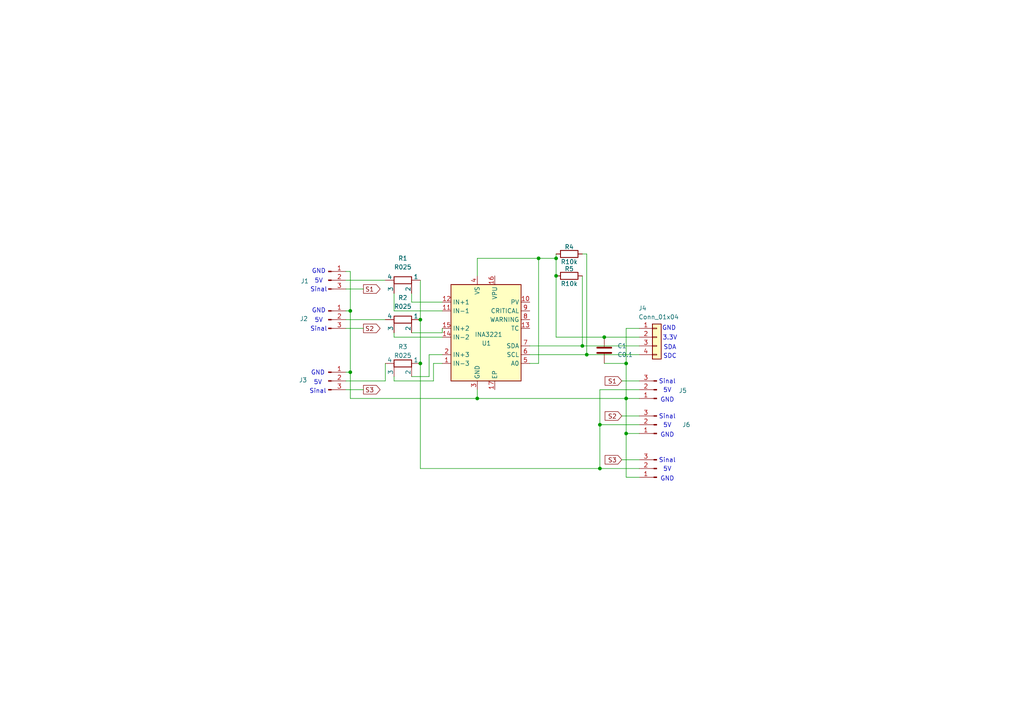
<source format=kicad_sch>
(kicad_sch (version 20250114) (generator "eeschema") (generator_version "9.0")
  (paper "A4")
  (lib_symbols
    (symbol "Connector:Conn_01x03_Pin" (pin_names (offset 1.016) (hide yes))
      (property "Reference" "J" (at 0 5.08 0))
      (property "Value" "Conn_01x03_Pin" (at 0 -5.08 0))
      (symbol "Conn_01x03_Pin_1_1"
        (rectangle (start 0.8636 2.667) (end 0 2.413) (stroke (width 0.1524)) (fill (type outline)))
        (rectangle (start 0.8636 0.127) (end 0 -0.127) (stroke (width 0.1524)) (fill (type outline)))
        (rectangle (start 0.8636 -2.413) (end 0 -2.667) (stroke (width 0.1524)) (fill (type outline)))
        (polyline (pts (xy 1.27 2.54) (xy 0.8636 2.54)) (stroke (width 0.1524)))
        (polyline (pts (xy 1.27 0) (xy 0.8636 0)) (stroke (width 0.1524)))
        (polyline (pts (xy 1.27 -2.54) (xy 0.8636 -2.54)) (stroke (width 0.1524)))
        (pin passive line (at 5.08 2.54 180) (length 3.81) (name "Pin_1") (number "1"))
        (pin passive line (at 5.08 0 180) (length 3.81) (name "Pin_2") (number "2"))
        (pin passive line (at 5.08 -2.54 180) (length 3.81) (name "Pin_3") (number "3"))
      )
    )
    (symbol "Connector_Generic:Conn_01x04" (pin_names (offset 1.016) (hide yes))
      (property "Reference" "J" (at 0 5.08 0))
      (property "Value" "Conn_01x04" (at 0 -7.62 0))
      (symbol "Conn_01x04_1_1"
        (rectangle (start -1.27 3.81) (end 1.27 -6.35) (stroke (width 0.254)) (fill (type background)))
        (rectangle (start -1.27 2.667) (end 0 2.413) (stroke (width 0.1524)))
        (rectangle (start -1.27 0.127) (end 0 -0.127) (stroke (width 0.1524)))
        (rectangle (start -1.27 -2.413) (end 0 -2.667) (stroke (width 0.1524)))
        (rectangle (start -1.27 -4.953) (end 0 -5.207) (stroke (width 0.1524)))
        (pin passive line (at -5.08 2.54 0) (length 3.81) (name "Pin_1") (number "1"))
        (pin passive line (at -5.08 0 0) (length 3.81) (name "Pin_2") (number "2"))
        (pin passive line (at -5.08 -2.54 0) (length 3.81) (name "Pin_3") (number "3"))
        (pin passive line (at -5.08 -5.08 0) (length 3.81) (name "Pin_4") (number "4"))
      )
    )
    (symbol "Device:C" (pin_numbers (hide yes)) (pin_names (offset 0.254))
      (property "Reference" "C" (at 0.635 2.54 0))
      (property "Value" "C" (at 0.635 -2.54 0))
      (symbol "C_0_1"
        (polyline (pts (xy -2.032 0.762) (xy 2.032 0.762)) (stroke (width 0.508)))
        (polyline (pts (xy -2.032 -0.762) (xy 2.032 -0.762)) (stroke (width 0.508)))
      )
      (symbol "C_1_1"
        (pin passive line (at 0 3.81 270) (length 2.794) (name "~") (number "1"))
        (pin passive line (at 0 -3.81 90) (length 2.794) (name "~") (number "2"))
      )
    )
    (symbol "Device:R" (pin_numbers (hide yes)) (pin_names (offset 0))
      (property "Reference" "R" (at 2.032 0 90))
      (property "Value" "R" (at 0 0 90))
      (symbol "R_0_1"
        (rectangle (start -1.016 -2.54) (end 1.016 2.54) (stroke (width 0.254)))
      )
      (symbol "R_1_1"
        (pin passive line (at 0 3.81 270) (length 1.27) (name "~") (number "1"))
        (pin passive line (at 0 -3.81 90) (length 1.27) (name "~") (number "2"))
      )
    )
    (symbol "Device:R_Shunt" (pin_numbers (hide yes)) (pin_names (offset 0))
      (property "Reference" "R" (at -4.445 0 90))
      (property "Value" "R_Shunt" (at -2.54 0 90))
      (symbol "R_Shunt_0_1"
        (rectangle (start -1.016 -2.54) (end 1.016 2.54) (stroke (width 0.254)))
        (polyline (pts (xy 0 -2.54) (xy 1.27 -2.54)))
        (polyline (pts (xy 1.27 2.54) (xy 0 2.54)))
      )
      (symbol "R_Shunt_1_1"
        (pin passive line (at 0 5.08 270) (length 2.54) (name "1") (number "1"))
        (pin passive line (at 0 -5.08 90) (length 2.54) (name "4") (number "4"))
        (pin passive line (at 3.81 2.54 180) (length 2.54) (name "2") (number "2"))
        (pin passive line (at 3.81 -2.54 180) (length 2.54) (name "3") (number "3"))
      )
    )
    (symbol "Power_Management:INA3221"
      (property "Reference" "U" (at -10.16 17.78 0))
      (property "Value" "INA3221" (at 5.08 17.78 0))
      (symbol "INA3221_0_1"
        (rectangle (start 10.16 -12.7) (end -10.16 15.24) (stroke (width 0.254)) (fill (type background)))
      )
      (symbol "INA3221_1_1"
        (pin input line (at -12.7 10.16 0) (length 2.54) (name "IN+1") (number "12"))
        (pin input line (at -12.7 7.62 0) (length 2.54) (name "IN-1") (number "11"))
        (pin input line (at -12.7 2.54 0) (length 2.54) (name "IN+2") (number "15"))
        (pin input line (at -12.7 0 0) (length 2.54) (name "IN-2") (number "14"))
        (pin input line (at -12.7 -5.08 0) (length 2.54) (name "IN+3") (number "2"))
        (pin input line (at -12.7 -7.62 0) (length 2.54) (name "IN-3") (number "1"))
        (pin power_in line (at -2.54 17.78 270) (length 2.54) (name "VS") (number "4"))
        (pin power_in line (at -2.54 -15.24 90) (length 2.54) (name "GND") (number "3"))
        (pin power_in line (at 2.54 17.78 270) (length 2.54) (name "VPU") (number "16"))
        (pin passive line (at 2.54 -15.24 90) (length 2.54) (name "EP") (number "17"))
        (pin open_collector line (at 12.7 10.16 180) (length 2.54) (name "PV") (number "10"))
        (pin open_collector line (at 12.7 7.62 180) (length 2.54) (name "CRITICAL") (number "9"))
        (pin open_collector line (at 12.7 5.08 180) (length 2.54) (name "WARNING") (number "8"))
        (pin open_collector line (at 12.7 2.54 180) (length 2.54) (name "TC") (number "13"))
        (pin bidirectional line (at 12.7 -2.54 180) (length 2.54) (name "SDA") (number "7"))
        (pin input line (at 12.7 -5.08 180) (length 2.54) (name "SCL") (number "6"))
        (pin input line (at 12.7 -7.62 180) (length 2.54) (name "A0") (number "5"))
      )
    )
  )
  (text "SDC\n" (at 194.31 103.378 0) (effects (font (size 1.27 1.27))))
  (text "SDA" (at 194.31 100.838 0) (effects (font (size 1.27 1.27))))
  (text "3.3V" (at 194.31 98.044 0) (effects (font (size 1.27 1.27))))
  (text "Sinal\n" (at 92.456 84.074 0) (effects (font (size 1.27 1.27))))
  (text "5V\n" (at 193.548 123.444 0) (effects (font (size 1.27 1.27))))
  (text "Sinal\n" (at 193.548 120.904 0) (effects (font (size 1.27 1.27))))
  (text "5V\n" (at 92.456 92.964 0) (effects (font (size 1.27 1.27))))
  (text "GND" (at 92.456 78.74 0) (effects (font (size 1.27 1.27))))
  (text "GND" (at 92.456 90.17 0) (effects (font (size 1.27 1.27))))
  (text "Sinal\n" (at 92.456 95.504 0) (effects (font (size 1.27 1.27))))
  (text "GND" (at 194.056 95.25 0) (effects (font (size 1.27 1.27))))
  (text "GND" (at 193.548 116.078 0) (effects (font (size 1.27 1.27))))
  (text "5V\n" (at 193.548 136.144 0) (effects (font (size 1.27 1.27))))
  (text "5V\n" (at 92.202 110.998 0) (effects (font (size 1.27 1.27))))
  (text "5V\n" (at 92.456 81.534 0) (effects (font (size 1.27 1.27))))
  (text "5V\n" (at 193.548 113.284 0) (effects (font (size 1.27 1.27))))
  (text "Sinal\n" (at 92.202 113.538 0) (effects (font (size 1.27 1.27))))
  (text "Sinal\n" (at 193.548 110.744 0) (effects (font (size 1.27 1.27))))
  (text "GND" (at 193.548 138.938 0) (effects (font (size 1.27 1.27))))
  (text "Sinal\n" (at 193.548 133.604 0) (effects (font (size 1.27 1.27))))
  (text "GND" (at 92.202 108.204 0) (effects (font (size 1.27 1.27))))
  (text "GND" (at 193.548 126.238 0) (effects (font (size 1.27 1.27))))
  (junction (at 161.29 80.01))
  (junction (at 173.99 123.19))
  (junction (at 101.6 90.17))
  (junction (at 168.91 100.33))
  (junction (at 121.92 105.41))
  (junction (at 121.92 92.71))
  (junction (at 156.21 74.93))
  (junction (at 173.99 135.89))
  (junction (at 181.61 115.57))
  (junction (at 138.43 115.57))
  (junction (at 181.61 105.41))
  (junction (at 181.61 125.73))
  (junction (at 101.6 107.95))
  (junction (at 161.29 74.93))
  (junction (at 175.26 97.79))
  (junction (at 170.18 102.87))
  (wire (pts (xy 180.34 120.65) (xy 185.42 120.65)))
  (wire (pts (xy 181.61 105.41) (xy 181.61 115.57)))
  (wire (pts (xy 121.92 92.71) (xy 121.92 105.41)))
  (wire (pts (xy 121.92 81.28) (xy 121.92 92.71)))
  (wire (pts (xy 138.43 74.93) (xy 138.43 80.01)))
  (wire (pts (xy 181.61 138.43) (xy 185.42 138.43)))
  (wire (pts (xy 101.6 107.95) (xy 101.6 115.57)))
  (wire (pts (xy 173.99 123.19) (xy 173.99 135.89)))
  (wire (pts (xy 173.99 135.89) (xy 185.42 135.89)))
  (wire (pts (xy 111.76 81.28) (xy 100.33 81.28)))
  (wire (pts (xy 128.27 96.52) (xy 128.27 95.25)))
  (wire (pts (xy 161.29 74.93) (xy 161.29 80.01)))
  (wire (pts (xy 138.43 113.03) (xy 138.43 115.57)))
  (wire (pts (xy 114.3 97.79) (xy 128.27 97.79)))
  (wire (pts (xy 101.6 78.74) (xy 101.6 90.17)))
  (wire (pts (xy 114.3 110.49) (xy 125.73 110.49)))
  (wire (pts (xy 138.43 115.57) (xy 181.61 115.57)))
  (wire (pts (xy 100.33 107.95) (xy 101.6 107.95)))
  (wire (pts (xy 100.33 95.25) (xy 105.41 95.25)))
  (wire (pts (xy 175.26 105.41) (xy 181.61 105.41)))
  (wire (pts (xy 185.42 123.19) (xy 173.99 123.19)))
  (wire (pts (xy 181.61 125.73) (xy 181.61 115.57)))
  (wire (pts (xy 114.3 90.17) (xy 128.27 90.17)))
  (wire (pts (xy 100.33 113.03) (xy 105.41 113.03)))
  (wire (pts (xy 124.46 102.87) (xy 128.27 102.87)))
  (wire (pts (xy 168.91 100.33) (xy 185.42 100.33)))
  (wire (pts (xy 119.38 87.63) (xy 128.27 87.63)))
  (wire (pts (xy 161.29 97.79) (xy 175.26 97.79)))
  (wire (pts (xy 121.92 135.89) (xy 173.99 135.89)))
  (wire (pts (xy 161.29 80.01) (xy 161.29 97.79)))
  (wire (pts (xy 156.21 74.93) (xy 161.29 74.93)))
  (wire (pts (xy 119.38 109.22) (xy 124.46 109.22)))
  (wire (pts (xy 119.38 87.63) (xy 119.38 85.09)))
  (wire (pts (xy 125.73 105.41) (xy 128.27 105.41)))
  (wire (pts (xy 138.43 74.93) (xy 156.21 74.93)))
  (wire (pts (xy 101.6 115.57) (xy 138.43 115.57)))
  (wire (pts (xy 175.26 97.79) (xy 185.42 97.79)))
  (wire (pts (xy 161.29 74.93) (xy 161.29 73.66)))
  (wire (pts (xy 100.33 83.82) (xy 105.41 83.82)))
  (wire (pts (xy 100.33 78.74) (xy 101.6 78.74)))
  (wire (pts (xy 181.61 115.57) (xy 185.42 115.57)))
  (wire (pts (xy 170.18 73.66) (xy 170.18 102.87)))
  (wire (pts (xy 121.92 105.41) (xy 121.92 135.89)))
  (wire (pts (xy 173.99 113.03) (xy 173.99 123.19)))
  (wire (pts (xy 180.34 110.49) (xy 185.42 110.49)))
  (wire (pts (xy 101.6 90.17) (xy 100.33 90.17)))
  (wire (pts (xy 100.33 110.49) (xy 111.76 110.49)))
  (wire (pts (xy 153.67 105.41) (xy 156.21 105.41)))
  (wire (pts (xy 111.76 92.71) (xy 100.33 92.71)))
  (wire (pts (xy 181.61 95.25) (xy 185.42 95.25)))
  (wire (pts (xy 111.76 105.41) (xy 111.76 110.49)))
  (wire (pts (xy 168.91 73.66) (xy 170.18 73.66)))
  (wire (pts (xy 185.42 113.03) (xy 173.99 113.03)))
  (wire (pts (xy 125.73 110.49) (xy 125.73 105.41)))
  (wire (pts (xy 114.3 85.09) (xy 114.3 90.17)))
  (wire (pts (xy 181.61 125.73) (xy 185.42 125.73)))
  (wire (pts (xy 114.3 109.22) (xy 114.3 110.49)))
  (wire (pts (xy 170.18 102.87) (xy 185.42 102.87)))
  (wire (pts (xy 181.61 95.25) (xy 181.61 105.41)))
  (wire (pts (xy 114.3 96.52) (xy 114.3 97.79)))
  (wire (pts (xy 156.21 105.41) (xy 156.21 74.93)))
  (wire (pts (xy 119.38 96.52) (xy 128.27 96.52)))
  (wire (pts (xy 168.91 80.01) (xy 168.91 100.33)))
  (wire (pts (xy 168.91 100.33) (xy 153.67 100.33)))
  (wire (pts (xy 101.6 107.95) (xy 101.6 90.17)))
  (wire (pts (xy 124.46 109.22) (xy 124.46 102.87)))
  (wire (pts (xy 170.18 102.87) (xy 153.67 102.87)))
  (wire (pts (xy 181.61 138.43) (xy 181.61 125.73)))
  (wire (pts (xy 180.34 133.35) (xy 185.42 133.35)))
  (global_label "S2" (shape output) (at 105.41 95.25 0) (property "Intersheetrefs" "${INTERSHEET_REFS}" (effects (hide yes))))
  (global_label "S1" (shape input) (at 180.34 110.49 180) (property "Intersheetrefs" "${INTERSHEET_REFS}" (effects (hide yes))))
  (global_label "S2" (shape input) (at 180.34 120.65 180) (property "Intersheetrefs" "${INTERSHEET_REFS}" (effects (hide yes))))
  (global_label "S1" (shape output) (at 105.41 83.82 0) (property "Intersheetrefs" "${INTERSHEET_REFS}" (effects (hide yes))))
  (global_label "S3" (shape input) (at 180.34 133.35 180) (property "Intersheetrefs" "${INTERSHEET_REFS}" (effects (hide yes))))
  (global_label "S3" (shape output) (at 105.41 113.03 0) (property "Intersheetrefs" "${INTERSHEET_REFS}" (effects (hide yes))))
  (symbol (lib_id "Connector:Conn_01x03_Pin") (at 190.5 123.19 180) (unit 1)
    (property "Reference" "J6" (at 197.866 123.19 0) (effects (justify right)))
    (property "Value" "Conn_01x03_Pin" (effects (hide yes)))
    (property "Footprint" "Connector_PinSocket_2.54mm:PinSocket_1x03_P2.54mm_Horizontal" (effects (hide yes)))
    (property "Description" "Generic connector, single row, 01x03, script generated" (effects (hide yes)))
  )
  (symbol (lib_id "Device:R_Shunt") (at 116.84 105.41 270) (unit 1)
    (property "Reference" "R3" (at 116.84 100.584 90))
    (property "Value" "R025" (at 116.84 103.124 90))
    (property "Footprint" "Resistor_SMD:R_Shunt_Ohmite_LVK12" (effects (hide yes)))
    (property "Description" "Shunt resistor" (effects (hide yes)))
  )
  (symbol (lib_id "Device:R") (at 165.1 80.01 90) (unit 1)
    (property "Reference" "R5" (at 165.1 77.978 90))
    (property "Value" "R10k" (at 165.1 82.296 90))
    (property "Footprint" "Resistor_SMD:R_0805_2012Metric_Pad1.20x1.40mm_HandSolder" (effects (hide yes)))
    (property "Description" "Resistor" (effects (hide yes)))
  )
  (symbol (lib_id "Connector:Conn_01x03_Pin") (at 95.25 81.28 0) (unit 1)
    (property "Reference" "J1" (at 88.392 81.534 0))
    (property "Value" "Conn_01x03_Pin" (effects (hide yes)))
    (property "Footprint" "Connector_PinHeader_2.54mm:PinHeader_1x03_P2.54mm_Horizontal" (effects (hide yes)))
    (property "Description" "Generic connector, single row, 01x03, script generated" (effects (hide yes)))
  )
  (symbol (lib_id "Connector:Conn_01x03_Pin") (at 190.5 135.89 180) (unit 1)
    (property "Reference" "J7" (effects (hide yes)))
    (property "Value" "Conn_01x03_Pin" (effects (hide yes)))
    (property "Footprint" "Connector_PinSocket_2.54mm:PinSocket_1x03_P2.54mm_Horizontal" (effects (hide yes)))
    (property "Description" "Generic connector, single row, 01x03, script generated" (effects (hide yes)))
  )
  (symbol (lib_id "Connector:Conn_01x03_Pin") (at 95.25 92.71 0) (unit 1)
    (property "Reference" "J2" (at 88.138 92.456 0))
    (property "Value" "Conn_01x03_Pin" (effects (hide yes)))
    (property "Footprint" "Connector_PinHeader_2.54mm:PinHeader_1x03_P2.54mm_Horizontal" (effects (hide yes)))
    (property "Description" "Generic connector, single row, 01x03, script generated" (effects (hide yes)))
  )
  (symbol (lib_id "Device:R") (at 165.1 73.66 90) (unit 1)
    (property "Reference" "R4" (at 165.1 71.628 90))
    (property "Value" "R10k" (at 165.1 75.946 90))
    (property "Footprint" "Resistor_SMD:R_0805_2012Metric_Pad1.20x1.40mm_HandSolder" (effects (hide yes)))
    (property "Description" "Resistor" (effects (hide yes)))
  )
  (symbol (lib_id "Device:R_Shunt") (at 116.84 92.71 270) (unit 1)
    (property "Reference" "R2" (at 116.84 86.36 90))
    (property "Value" "R025" (at 116.84 88.9 90))
    (property "Footprint" "Resistor_SMD:R_Shunt_Ohmite_LVK12" (effects (hide yes)))
    (property "Description" "Shunt resistor" (effects (hide yes)))
  )
  (symbol (lib_id "Connector_Generic:Conn_01x04") (at 190.5 97.79 0) (unit 1)
    (property "Reference" "J4" (at 185.166 89.408 0) (effects (justify left)))
    (property "Value" "Conn_01x04" (at 185.166 91.948 0) (effects (justify left)))
    (property "Footprint" "Connector_JST:JST_PH_B4B-PH-K_1x04_P2.00mm_Vertical" (effects (hide yes)))
    (property "Description" "Generic connector, single row, 01x04, script generated (kicad-library-utils/schlib/autogen/connector/)" (effects (hide yes)))
  )
  (symbol (lib_id "Connector:Conn_01x03_Pin") (at 95.25 110.49 0) (unit 1)
    (property "Reference" "J3" (at 87.884 110.236 0))
    (property "Value" "Conn_01x03_Pin" (effects (hide yes)))
    (property "Footprint" "Connector_PinHeader_2.54mm:PinHeader_1x03_P2.54mm_Horizontal" (effects (hide yes)))
    (property "Description" "Generic connector, single row, 01x03, script generated" (effects (hide yes)))
  )
  (symbol (lib_id "Device:C") (at 175.26 101.6 0) (unit 1)
    (property "Reference" "C1" (at 179.07 100.3299 0) (effects (justify left)))
    (property "Value" "C0.1" (at 179.07 102.8699 0) (effects (justify left)))
    (property "Footprint" "Capacitor_SMD:C_0805_2012Metric" (effects (hide yes)))
    (property "Description" "Unpolarized capacitor" (effects (hide yes)))
  )
  (symbol (lib_id "Connector:Conn_01x03_Pin") (at 190.5 113.03 180) (unit 1)
    (property "Reference" "J5" (at 196.85 113.284 0) (effects (justify right)))
    (property "Value" "Conn_01x03_Pin" (effects (hide yes)))
    (property "Footprint" "Connector_PinSocket_2.54mm:PinSocket_1x03_P2.54mm_Horizontal" (effects (hide yes)))
    (property "Description" "Generic connector, single row, 01x03, script generated" (effects (hide yes)))
  )
  (symbol (lib_id "Device:R_Shunt") (at 116.84 81.28 270) (unit 1)
    (property "Reference" "R1" (at 116.84 74.93 90))
    (property "Value" "R025" (at 116.84 77.47 90))
    (property "Footprint" "Resistor_SMD:R_Shunt_Ohmite_LVK12" (effects (hide yes)))
    (property "Description" "Shunt resistor" (effects (hide yes)))
  )
  (symbol (lib_id "Power_Management:INA3221") (at 140.97 97.79 0) (unit 1)
    (property "Reference" "U1" (at 139.7 99.568 0) (effects (justify left)))
    (property "Value" "INA3221" (at 137.668 97.028 0) (effects (justify left)))
    (property "Footprint" "Package_DFN_QFN:Texas_RGV0016A_VQFN-16-1EP_4x4mm_P0.65mm_EP2.1x2.1mm" (effects (hide yes)))
    (property "Datasheet" "http://www.ti.com/lit/ds/symlink/ina3221.pdf" (effects (hide yes)))
    (property "Description" "Triple-Channel High-Side Shunt and Bus Voltage Monitor with I2C and SMBUS Compatible Interface, QFN-16" (effects (hide yes)))
  )
)
</source>
